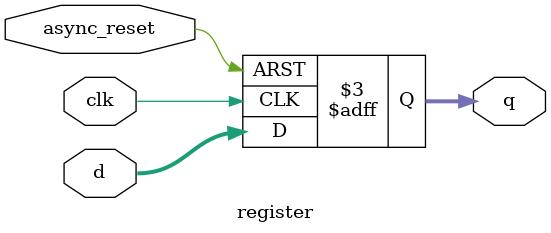
<source format=v>
module register(
    input clk,
  	input [7:0] d,
    input async_reset,
 	 output reg [7:0] q
);

always @(posedge clk, posedge async_reset)
    begin
        if(async_reset == 1'b1)
            q <= 8'b00000000;
        else
            q <=d;
    end
endmodule

</source>
